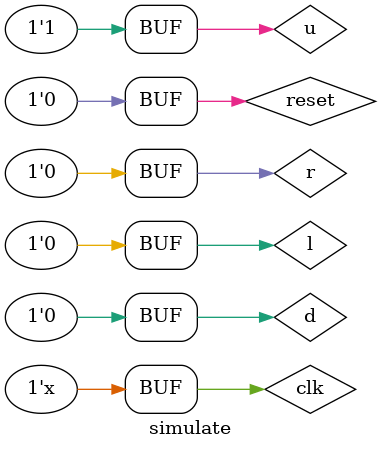
<source format=v>
`timescale 1ns / 1ps

module simulate;
    reg clk = 0;
    reg l = 0, r = 0, u = 1, d = 0;
    wire [0:0] reset = 0;
    //wire clk_40Hz, uClock;
    //wire [10:0] H_Count;
    //wire [10:0] V_Count;
    wire HSync;
    wire VSync;
    wire [3:0] R;
    wire [3:0] G;
    wire [3:0] B;
    //wire [10:0] x,y;

    snake top(clk,reset,l,r,u,d,HSync,VSync,R,G,B);
    always #5 begin
        clk = ~clk;
    end
endmodule
</source>
